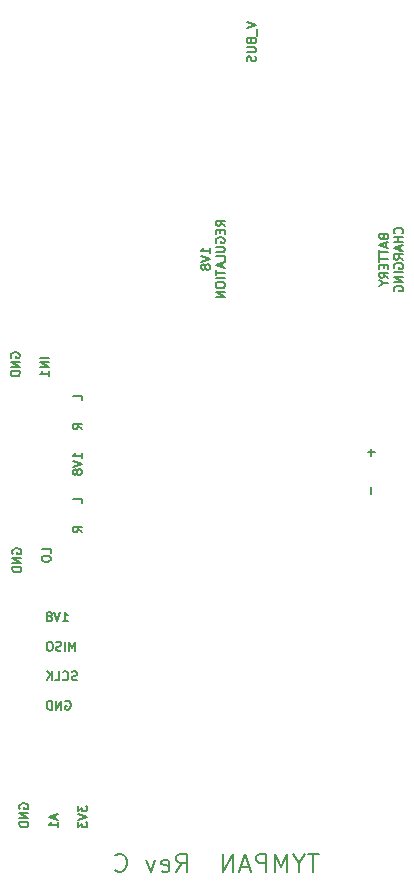
<source format=gbr>
G04 #@! TF.FileFunction,Legend,Bot*
%FSLAX46Y46*%
G04 Gerber Fmt 4.6, Leading zero omitted, Abs format (unit mm)*
G04 Created by KiCad (PCBNEW 4.0.0-stable) date Friday, August 18, 2017 'PMt' 03:24:48 PM*
%MOMM*%
G01*
G04 APERTURE LIST*
%ADD10C,0.100000*%
%ADD11C,0.177800*%
G04 APERTURE END LIST*
D10*
D11*
X123128314Y-44299414D02*
X123890314Y-44553414D01*
X123128314Y-44807414D01*
X123962886Y-44879986D02*
X123962886Y-45460557D01*
X123491171Y-45895986D02*
X123527457Y-46004843D01*
X123563743Y-46041128D01*
X123636314Y-46077414D01*
X123745171Y-46077414D01*
X123817743Y-46041128D01*
X123854029Y-46004843D01*
X123890314Y-45932271D01*
X123890314Y-45641986D01*
X123128314Y-45641986D01*
X123128314Y-45895986D01*
X123164600Y-45968557D01*
X123200886Y-46004843D01*
X123273457Y-46041128D01*
X123346029Y-46041128D01*
X123418600Y-46004843D01*
X123454886Y-45968557D01*
X123491171Y-45895986D01*
X123491171Y-45641986D01*
X123128314Y-46403986D02*
X123745171Y-46403986D01*
X123817743Y-46440271D01*
X123854029Y-46476557D01*
X123890314Y-46549128D01*
X123890314Y-46694271D01*
X123854029Y-46766843D01*
X123817743Y-46803128D01*
X123745171Y-46839414D01*
X123128314Y-46839414D01*
X123854029Y-47165986D02*
X123890314Y-47274843D01*
X123890314Y-47456272D01*
X123854029Y-47528843D01*
X123817743Y-47565129D01*
X123745171Y-47601414D01*
X123672600Y-47601414D01*
X123600029Y-47565129D01*
X123563743Y-47528843D01*
X123527457Y-47456272D01*
X123491171Y-47311129D01*
X123454886Y-47238557D01*
X123418600Y-47202272D01*
X123346029Y-47165986D01*
X123273457Y-47165986D01*
X123200886Y-47202272D01*
X123164600Y-47238557D01*
X123128314Y-47311129D01*
X123128314Y-47492557D01*
X123164600Y-47601414D01*
X129207986Y-114671929D02*
X128337129Y-114671929D01*
X128772558Y-116195929D02*
X128772558Y-114671929D01*
X127538843Y-115470214D02*
X127538843Y-116195929D01*
X128046843Y-114671929D02*
X127538843Y-115470214D01*
X127030843Y-114671929D01*
X126522843Y-116195929D02*
X126522843Y-114671929D01*
X126014843Y-115760500D01*
X125506843Y-114671929D01*
X125506843Y-116195929D01*
X124781129Y-116195929D02*
X124781129Y-114671929D01*
X124200557Y-114671929D01*
X124055415Y-114744500D01*
X123982843Y-114817071D01*
X123910272Y-114962214D01*
X123910272Y-115179929D01*
X123982843Y-115325071D01*
X124055415Y-115397643D01*
X124200557Y-115470214D01*
X124781129Y-115470214D01*
X123329700Y-115760500D02*
X122603986Y-115760500D01*
X123474843Y-116195929D02*
X122966843Y-114671929D01*
X122458843Y-116195929D01*
X121950843Y-116195929D02*
X121950843Y-114671929D01*
X121079986Y-116195929D01*
X121079986Y-114671929D01*
X117161129Y-116195929D02*
X117669129Y-115470214D01*
X118031986Y-116195929D02*
X118031986Y-114671929D01*
X117451414Y-114671929D01*
X117306272Y-114744500D01*
X117233700Y-114817071D01*
X117161129Y-114962214D01*
X117161129Y-115179929D01*
X117233700Y-115325071D01*
X117306272Y-115397643D01*
X117451414Y-115470214D01*
X118031986Y-115470214D01*
X115927414Y-116123357D02*
X116072557Y-116195929D01*
X116362843Y-116195929D01*
X116507986Y-116123357D01*
X116580557Y-115978214D01*
X116580557Y-115397643D01*
X116507986Y-115252500D01*
X116362843Y-115179929D01*
X116072557Y-115179929D01*
X115927414Y-115252500D01*
X115854843Y-115397643D01*
X115854843Y-115542786D01*
X116580557Y-115687929D01*
X115346843Y-115179929D02*
X114983986Y-116195929D01*
X114621128Y-115179929D01*
X112008557Y-116050786D02*
X112081128Y-116123357D01*
X112298842Y-116195929D01*
X112443985Y-116195929D01*
X112661700Y-116123357D01*
X112806842Y-115978214D01*
X112879414Y-115833071D01*
X112951985Y-115542786D01*
X112951985Y-115325071D01*
X112879414Y-115034786D01*
X112806842Y-114889643D01*
X112661700Y-114744500D01*
X112443985Y-114671929D01*
X112298842Y-114671929D01*
X112081128Y-114744500D01*
X112008557Y-114817071D01*
X103911400Y-110856485D02*
X103875114Y-110783914D01*
X103875114Y-110675057D01*
X103911400Y-110566200D01*
X103983971Y-110493628D01*
X104056543Y-110457343D01*
X104201686Y-110421057D01*
X104310543Y-110421057D01*
X104455686Y-110457343D01*
X104528257Y-110493628D01*
X104600829Y-110566200D01*
X104637114Y-110675057D01*
X104637114Y-110747628D01*
X104600829Y-110856485D01*
X104564543Y-110892771D01*
X104310543Y-110892771D01*
X104310543Y-110747628D01*
X104637114Y-111219343D02*
X103875114Y-111219343D01*
X104637114Y-111654771D01*
X103875114Y-111654771D01*
X104637114Y-112017629D02*
X103875114Y-112017629D01*
X103875114Y-112199057D01*
X103911400Y-112307914D01*
X103983971Y-112380486D01*
X104056543Y-112416771D01*
X104201686Y-112453057D01*
X104310543Y-112453057D01*
X104455686Y-112416771D01*
X104528257Y-112380486D01*
X104600829Y-112307914D01*
X104637114Y-112199057D01*
X104637114Y-112017629D01*
X106908600Y-111364486D02*
X106908600Y-111727343D01*
X107126314Y-111291914D02*
X106364314Y-111545914D01*
X107126314Y-111799914D01*
X107126314Y-112453057D02*
X107126314Y-112017629D01*
X107126314Y-112235343D02*
X106364314Y-112235343D01*
X106473171Y-112162772D01*
X106545743Y-112090200D01*
X106582029Y-112017629D01*
X108853514Y-110602486D02*
X108853514Y-111074200D01*
X109143800Y-110820200D01*
X109143800Y-110929058D01*
X109180086Y-111001629D01*
X109216371Y-111037915D01*
X109288943Y-111074200D01*
X109470371Y-111074200D01*
X109542943Y-111037915D01*
X109579229Y-111001629D01*
X109615514Y-110929058D01*
X109615514Y-110711343D01*
X109579229Y-110638772D01*
X109542943Y-110602486D01*
X108853514Y-111291914D02*
X109615514Y-111545914D01*
X108853514Y-111799914D01*
X108853514Y-111981343D02*
X108853514Y-112453057D01*
X109143800Y-112199057D01*
X109143800Y-112307915D01*
X109180086Y-112380486D01*
X109216371Y-112416772D01*
X109288943Y-112453057D01*
X109470371Y-112453057D01*
X109542943Y-112416772D01*
X109579229Y-112380486D01*
X109615514Y-112307915D01*
X109615514Y-112090200D01*
X109579229Y-112017629D01*
X109542943Y-111981343D01*
X133663871Y-84231842D02*
X133663871Y-83651271D01*
X133663871Y-80966129D02*
X133663871Y-80385558D01*
X133373586Y-80675844D02*
X133954157Y-80675844D01*
X134717971Y-62471301D02*
X134754257Y-62580158D01*
X134790543Y-62616443D01*
X134863114Y-62652729D01*
X134971971Y-62652729D01*
X135044543Y-62616443D01*
X135080829Y-62580158D01*
X135117114Y-62507586D01*
X135117114Y-62217301D01*
X134355114Y-62217301D01*
X134355114Y-62471301D01*
X134391400Y-62543872D01*
X134427686Y-62580158D01*
X134500257Y-62616443D01*
X134572829Y-62616443D01*
X134645400Y-62580158D01*
X134681686Y-62543872D01*
X134717971Y-62471301D01*
X134717971Y-62217301D01*
X134899400Y-62943015D02*
X134899400Y-63305872D01*
X135117114Y-62870443D02*
X134355114Y-63124443D01*
X135117114Y-63378443D01*
X134355114Y-63523586D02*
X134355114Y-63959015D01*
X135117114Y-63741301D02*
X134355114Y-63741301D01*
X134355114Y-64104157D02*
X134355114Y-64539586D01*
X135117114Y-64321872D02*
X134355114Y-64321872D01*
X134717971Y-64793586D02*
X134717971Y-65047586D01*
X135117114Y-65156443D02*
X135117114Y-64793586D01*
X134355114Y-64793586D01*
X134355114Y-65156443D01*
X135117114Y-65918443D02*
X134754257Y-65664443D01*
X135117114Y-65483015D02*
X134355114Y-65483015D01*
X134355114Y-65773300D01*
X134391400Y-65845872D01*
X134427686Y-65882157D01*
X134500257Y-65918443D01*
X134609114Y-65918443D01*
X134681686Y-65882157D01*
X134717971Y-65845872D01*
X134754257Y-65773300D01*
X134754257Y-65483015D01*
X134754257Y-66390157D02*
X135117114Y-66390157D01*
X134355114Y-66136157D02*
X134754257Y-66390157D01*
X134355114Y-66644157D01*
X136289143Y-62162871D02*
X136325429Y-62126585D01*
X136361714Y-62017728D01*
X136361714Y-61945157D01*
X136325429Y-61836300D01*
X136252857Y-61763728D01*
X136180286Y-61727443D01*
X136035143Y-61691157D01*
X135926286Y-61691157D01*
X135781143Y-61727443D01*
X135708571Y-61763728D01*
X135636000Y-61836300D01*
X135599714Y-61945157D01*
X135599714Y-62017728D01*
X135636000Y-62126585D01*
X135672286Y-62162871D01*
X136361714Y-62489443D02*
X135599714Y-62489443D01*
X135962571Y-62489443D02*
X135962571Y-62924871D01*
X136361714Y-62924871D02*
X135599714Y-62924871D01*
X136144000Y-63251443D02*
X136144000Y-63614300D01*
X136361714Y-63178871D02*
X135599714Y-63432871D01*
X136361714Y-63686871D01*
X136361714Y-64376300D02*
X135998857Y-64122300D01*
X136361714Y-63940872D02*
X135599714Y-63940872D01*
X135599714Y-64231157D01*
X135636000Y-64303729D01*
X135672286Y-64340014D01*
X135744857Y-64376300D01*
X135853714Y-64376300D01*
X135926286Y-64340014D01*
X135962571Y-64303729D01*
X135998857Y-64231157D01*
X135998857Y-63940872D01*
X135636000Y-65102014D02*
X135599714Y-65029443D01*
X135599714Y-64920586D01*
X135636000Y-64811729D01*
X135708571Y-64739157D01*
X135781143Y-64702872D01*
X135926286Y-64666586D01*
X136035143Y-64666586D01*
X136180286Y-64702872D01*
X136252857Y-64739157D01*
X136325429Y-64811729D01*
X136361714Y-64920586D01*
X136361714Y-64993157D01*
X136325429Y-65102014D01*
X136289143Y-65138300D01*
X136035143Y-65138300D01*
X136035143Y-64993157D01*
X136361714Y-65464872D02*
X135599714Y-65464872D01*
X136361714Y-65827729D02*
X135599714Y-65827729D01*
X136361714Y-66263157D01*
X135599714Y-66263157D01*
X135636000Y-67025157D02*
X135599714Y-66952586D01*
X135599714Y-66843729D01*
X135636000Y-66734872D01*
X135708571Y-66662300D01*
X135781143Y-66626015D01*
X135926286Y-66589729D01*
X136035143Y-66589729D01*
X136180286Y-66626015D01*
X136252857Y-66662300D01*
X136325429Y-66734872D01*
X136361714Y-66843729D01*
X136361714Y-66916300D01*
X136325429Y-67025157D01*
X136289143Y-67061443D01*
X136035143Y-67061443D01*
X136035143Y-66916300D01*
X120029514Y-63841086D02*
X120029514Y-63405658D01*
X120029514Y-63623372D02*
X119267514Y-63623372D01*
X119376371Y-63550801D01*
X119448943Y-63478229D01*
X119485229Y-63405658D01*
X119267514Y-64058800D02*
X120029514Y-64312800D01*
X119267514Y-64566800D01*
X119594086Y-64929658D02*
X119557800Y-64857086D01*
X119521514Y-64820801D01*
X119448943Y-64784515D01*
X119412657Y-64784515D01*
X119340086Y-64820801D01*
X119303800Y-64857086D01*
X119267514Y-64929658D01*
X119267514Y-65074801D01*
X119303800Y-65147372D01*
X119340086Y-65183658D01*
X119412657Y-65219943D01*
X119448943Y-65219943D01*
X119521514Y-65183658D01*
X119557800Y-65147372D01*
X119594086Y-65074801D01*
X119594086Y-64929658D01*
X119630371Y-64857086D01*
X119666657Y-64820801D01*
X119739229Y-64784515D01*
X119884371Y-64784515D01*
X119956943Y-64820801D01*
X119993229Y-64857086D01*
X120029514Y-64929658D01*
X120029514Y-65074801D01*
X119993229Y-65147372D01*
X119956943Y-65183658D01*
X119884371Y-65219943D01*
X119739229Y-65219943D01*
X119666657Y-65183658D01*
X119630371Y-65147372D01*
X119594086Y-65074801D01*
X121274114Y-61518800D02*
X120911257Y-61264800D01*
X121274114Y-61083372D02*
X120512114Y-61083372D01*
X120512114Y-61373657D01*
X120548400Y-61446229D01*
X120584686Y-61482514D01*
X120657257Y-61518800D01*
X120766114Y-61518800D01*
X120838686Y-61482514D01*
X120874971Y-61446229D01*
X120911257Y-61373657D01*
X120911257Y-61083372D01*
X120874971Y-61845372D02*
X120874971Y-62099372D01*
X121274114Y-62208229D02*
X121274114Y-61845372D01*
X120512114Y-61845372D01*
X120512114Y-62208229D01*
X120548400Y-62933943D02*
X120512114Y-62861372D01*
X120512114Y-62752515D01*
X120548400Y-62643658D01*
X120620971Y-62571086D01*
X120693543Y-62534801D01*
X120838686Y-62498515D01*
X120947543Y-62498515D01*
X121092686Y-62534801D01*
X121165257Y-62571086D01*
X121237829Y-62643658D01*
X121274114Y-62752515D01*
X121274114Y-62825086D01*
X121237829Y-62933943D01*
X121201543Y-62970229D01*
X120947543Y-62970229D01*
X120947543Y-62825086D01*
X120512114Y-63296801D02*
X121128971Y-63296801D01*
X121201543Y-63333086D01*
X121237829Y-63369372D01*
X121274114Y-63441943D01*
X121274114Y-63587086D01*
X121237829Y-63659658D01*
X121201543Y-63695943D01*
X121128971Y-63732229D01*
X120512114Y-63732229D01*
X121274114Y-64457944D02*
X121274114Y-64095087D01*
X120512114Y-64095087D01*
X121056400Y-64675658D02*
X121056400Y-65038515D01*
X121274114Y-64603086D02*
X120512114Y-64857086D01*
X121274114Y-65111086D01*
X120512114Y-65256229D02*
X120512114Y-65691658D01*
X121274114Y-65473944D02*
X120512114Y-65473944D01*
X121274114Y-65945658D02*
X120512114Y-65945658D01*
X120512114Y-66453657D02*
X120512114Y-66598800D01*
X120548400Y-66671372D01*
X120620971Y-66743943D01*
X120766114Y-66780229D01*
X121020114Y-66780229D01*
X121165257Y-66743943D01*
X121237829Y-66671372D01*
X121274114Y-66598800D01*
X121274114Y-66453657D01*
X121237829Y-66381086D01*
X121165257Y-66308515D01*
X121020114Y-66272229D01*
X120766114Y-66272229D01*
X120620971Y-66308515D01*
X120548400Y-66381086D01*
X120512114Y-66453657D01*
X121274114Y-67106801D02*
X120512114Y-67106801D01*
X121274114Y-67542229D01*
X120512114Y-67542229D01*
X109171014Y-76303418D02*
X109171014Y-75940561D01*
X108409014Y-75940561D01*
X109171014Y-78734559D02*
X108808157Y-78480559D01*
X109171014Y-78299131D02*
X108409014Y-78299131D01*
X108409014Y-78589416D01*
X108445300Y-78661988D01*
X108481586Y-78698273D01*
X108554157Y-78734559D01*
X108663014Y-78734559D01*
X108735586Y-78698273D01*
X108771871Y-78661988D01*
X108808157Y-78589416D01*
X108808157Y-78299131D01*
X109171014Y-81201986D02*
X109171014Y-80766558D01*
X109171014Y-80984272D02*
X108409014Y-80984272D01*
X108517871Y-80911701D01*
X108590443Y-80839129D01*
X108626729Y-80766558D01*
X108409014Y-81419700D02*
X109171014Y-81673700D01*
X108409014Y-81927700D01*
X108735586Y-82290558D02*
X108699300Y-82217986D01*
X108663014Y-82181701D01*
X108590443Y-82145415D01*
X108554157Y-82145415D01*
X108481586Y-82181701D01*
X108445300Y-82217986D01*
X108409014Y-82290558D01*
X108409014Y-82435701D01*
X108445300Y-82508272D01*
X108481586Y-82544558D01*
X108554157Y-82580843D01*
X108590443Y-82580843D01*
X108663014Y-82544558D01*
X108699300Y-82508272D01*
X108735586Y-82435701D01*
X108735586Y-82290558D01*
X108771871Y-82217986D01*
X108808157Y-82181701D01*
X108880729Y-82145415D01*
X109025871Y-82145415D01*
X109098443Y-82181701D01*
X109134729Y-82217986D01*
X109171014Y-82290558D01*
X109171014Y-82435701D01*
X109134729Y-82508272D01*
X109098443Y-82544558D01*
X109025871Y-82580843D01*
X108880729Y-82580843D01*
X108808157Y-82544558D01*
X108771871Y-82508272D01*
X108735586Y-82435701D01*
X109171014Y-85011985D02*
X109171014Y-84649128D01*
X108409014Y-84649128D01*
X109171014Y-87443126D02*
X108808157Y-87189126D01*
X109171014Y-87007698D02*
X108409014Y-87007698D01*
X108409014Y-87297983D01*
X108445300Y-87370555D01*
X108481586Y-87406840D01*
X108554157Y-87443126D01*
X108663014Y-87443126D01*
X108735586Y-87406840D01*
X108771871Y-87370555D01*
X108808157Y-87297983D01*
X108808157Y-87007698D01*
X103314500Y-89264671D02*
X103278214Y-89192100D01*
X103278214Y-89083243D01*
X103314500Y-88974386D01*
X103387071Y-88901814D01*
X103459643Y-88865529D01*
X103604786Y-88829243D01*
X103713643Y-88829243D01*
X103858786Y-88865529D01*
X103931357Y-88901814D01*
X104003929Y-88974386D01*
X104040214Y-89083243D01*
X104040214Y-89155814D01*
X104003929Y-89264671D01*
X103967643Y-89300957D01*
X103713643Y-89300957D01*
X103713643Y-89155814D01*
X104040214Y-89627529D02*
X103278214Y-89627529D01*
X104040214Y-90062957D01*
X103278214Y-90062957D01*
X104040214Y-90425815D02*
X103278214Y-90425815D01*
X103278214Y-90607243D01*
X103314500Y-90716100D01*
X103387071Y-90788672D01*
X103459643Y-90824957D01*
X103604786Y-90861243D01*
X103713643Y-90861243D01*
X103858786Y-90824957D01*
X103931357Y-90788672D01*
X104003929Y-90716100D01*
X104040214Y-90607243D01*
X104040214Y-90425815D01*
X106529414Y-89228386D02*
X106529414Y-88865529D01*
X105767414Y-88865529D01*
X105767414Y-89627528D02*
X105767414Y-89772671D01*
X105803700Y-89845243D01*
X105876271Y-89917814D01*
X106021414Y-89954100D01*
X106275414Y-89954100D01*
X106420557Y-89917814D01*
X106493129Y-89845243D01*
X106529414Y-89772671D01*
X106529414Y-89627528D01*
X106493129Y-89554957D01*
X106420557Y-89482386D01*
X106275414Y-89446100D01*
X106021414Y-89446100D01*
X105876271Y-89482386D01*
X105803700Y-89554957D01*
X105767414Y-89627528D01*
X103200200Y-72667585D02*
X103163914Y-72595014D01*
X103163914Y-72486157D01*
X103200200Y-72377300D01*
X103272771Y-72304728D01*
X103345343Y-72268443D01*
X103490486Y-72232157D01*
X103599343Y-72232157D01*
X103744486Y-72268443D01*
X103817057Y-72304728D01*
X103889629Y-72377300D01*
X103925914Y-72486157D01*
X103925914Y-72558728D01*
X103889629Y-72667585D01*
X103853343Y-72703871D01*
X103599343Y-72703871D01*
X103599343Y-72558728D01*
X103925914Y-73030443D02*
X103163914Y-73030443D01*
X103925914Y-73465871D01*
X103163914Y-73465871D01*
X103925914Y-73828729D02*
X103163914Y-73828729D01*
X103163914Y-74010157D01*
X103200200Y-74119014D01*
X103272771Y-74191586D01*
X103345343Y-74227871D01*
X103490486Y-74264157D01*
X103599343Y-74264157D01*
X103744486Y-74227871D01*
X103817057Y-74191586D01*
X103889629Y-74119014D01*
X103925914Y-74010157D01*
X103925914Y-73828729D01*
X106415114Y-72703872D02*
X105653114Y-72703872D01*
X106415114Y-73066729D02*
X105653114Y-73066729D01*
X106415114Y-73502157D01*
X105653114Y-73502157D01*
X106415114Y-74264157D02*
X106415114Y-73828729D01*
X106415114Y-74046443D02*
X105653114Y-74046443D01*
X105761971Y-73973872D01*
X105834543Y-73901300D01*
X105870829Y-73828729D01*
X107556300Y-95010514D02*
X107991728Y-95010514D01*
X107774014Y-95010514D02*
X107774014Y-94248514D01*
X107846585Y-94357371D01*
X107919157Y-94429943D01*
X107991728Y-94466229D01*
X107338586Y-94248514D02*
X107084586Y-95010514D01*
X106830586Y-94248514D01*
X106467728Y-94575086D02*
X106540300Y-94538800D01*
X106576585Y-94502514D01*
X106612871Y-94429943D01*
X106612871Y-94393657D01*
X106576585Y-94321086D01*
X106540300Y-94284800D01*
X106467728Y-94248514D01*
X106322585Y-94248514D01*
X106250014Y-94284800D01*
X106213728Y-94321086D01*
X106177443Y-94393657D01*
X106177443Y-94429943D01*
X106213728Y-94502514D01*
X106250014Y-94538800D01*
X106322585Y-94575086D01*
X106467728Y-94575086D01*
X106540300Y-94611371D01*
X106576585Y-94647657D01*
X106612871Y-94720229D01*
X106612871Y-94865371D01*
X106576585Y-94937943D01*
X106540300Y-94974229D01*
X106467728Y-95010514D01*
X106322585Y-95010514D01*
X106250014Y-94974229D01*
X106213728Y-94937943D01*
X106177443Y-94865371D01*
X106177443Y-94720229D01*
X106213728Y-94647657D01*
X106250014Y-94611371D01*
X106322585Y-94575086D01*
X108608585Y-97499714D02*
X108608585Y-96737714D01*
X108354585Y-97282000D01*
X108100585Y-96737714D01*
X108100585Y-97499714D01*
X107737728Y-97499714D02*
X107737728Y-96737714D01*
X107411157Y-97463429D02*
X107302300Y-97499714D01*
X107120871Y-97499714D01*
X107048300Y-97463429D01*
X107012014Y-97427143D01*
X106975729Y-97354571D01*
X106975729Y-97282000D01*
X107012014Y-97209429D01*
X107048300Y-97173143D01*
X107120871Y-97136857D01*
X107266014Y-97100571D01*
X107338586Y-97064286D01*
X107374871Y-97028000D01*
X107411157Y-96955429D01*
X107411157Y-96882857D01*
X107374871Y-96810286D01*
X107338586Y-96774000D01*
X107266014Y-96737714D01*
X107084586Y-96737714D01*
X106975729Y-96774000D01*
X106504015Y-96737714D02*
X106358872Y-96737714D01*
X106286300Y-96774000D01*
X106213729Y-96846571D01*
X106177443Y-96991714D01*
X106177443Y-97245714D01*
X106213729Y-97390857D01*
X106286300Y-97463429D01*
X106358872Y-97499714D01*
X106504015Y-97499714D01*
X106576586Y-97463429D01*
X106649157Y-97390857D01*
X106685443Y-97245714D01*
X106685443Y-96991714D01*
X106649157Y-96846571D01*
X106576586Y-96774000D01*
X106504015Y-96737714D01*
X108753728Y-99952629D02*
X108644871Y-99988914D01*
X108463442Y-99988914D01*
X108390871Y-99952629D01*
X108354585Y-99916343D01*
X108318300Y-99843771D01*
X108318300Y-99771200D01*
X108354585Y-99698629D01*
X108390871Y-99662343D01*
X108463442Y-99626057D01*
X108608585Y-99589771D01*
X108681157Y-99553486D01*
X108717442Y-99517200D01*
X108753728Y-99444629D01*
X108753728Y-99372057D01*
X108717442Y-99299486D01*
X108681157Y-99263200D01*
X108608585Y-99226914D01*
X108427157Y-99226914D01*
X108318300Y-99263200D01*
X107556300Y-99916343D02*
X107592586Y-99952629D01*
X107701443Y-99988914D01*
X107774014Y-99988914D01*
X107882871Y-99952629D01*
X107955443Y-99880057D01*
X107991728Y-99807486D01*
X108028014Y-99662343D01*
X108028014Y-99553486D01*
X107991728Y-99408343D01*
X107955443Y-99335771D01*
X107882871Y-99263200D01*
X107774014Y-99226914D01*
X107701443Y-99226914D01*
X107592586Y-99263200D01*
X107556300Y-99299486D01*
X106866871Y-99988914D02*
X107229728Y-99988914D01*
X107229728Y-99226914D01*
X106612871Y-99988914D02*
X106612871Y-99226914D01*
X106177443Y-99988914D02*
X106504014Y-99553486D01*
X106177443Y-99226914D02*
X106612871Y-99662343D01*
X107774015Y-101752400D02*
X107846586Y-101716114D01*
X107955443Y-101716114D01*
X108064300Y-101752400D01*
X108136872Y-101824971D01*
X108173157Y-101897543D01*
X108209443Y-102042686D01*
X108209443Y-102151543D01*
X108173157Y-102296686D01*
X108136872Y-102369257D01*
X108064300Y-102441829D01*
X107955443Y-102478114D01*
X107882872Y-102478114D01*
X107774015Y-102441829D01*
X107737729Y-102405543D01*
X107737729Y-102151543D01*
X107882872Y-102151543D01*
X107411157Y-102478114D02*
X107411157Y-101716114D01*
X106975729Y-102478114D01*
X106975729Y-101716114D01*
X106612871Y-102478114D02*
X106612871Y-101716114D01*
X106431443Y-101716114D01*
X106322586Y-101752400D01*
X106250014Y-101824971D01*
X106213729Y-101897543D01*
X106177443Y-102042686D01*
X106177443Y-102151543D01*
X106213729Y-102296686D01*
X106250014Y-102369257D01*
X106322586Y-102441829D01*
X106431443Y-102478114D01*
X106612871Y-102478114D01*
M02*

</source>
